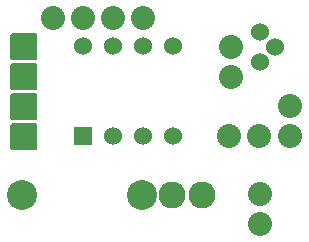
<source format=gbr>
G04 PROTEUS GERBER X2 FILE*
%TF.GenerationSoftware,Labcenter,Proteus,8.11-SP0-Build30052*%
%TF.CreationDate,2023-02-24T19:05:54+00:00*%
%TF.FileFunction,Soldermask,Bot*%
%TF.FilePolarity,Negative*%
%TF.Part,Single*%
%TF.SameCoordinates,{78871b57-c70c-4710-8c2a-232022615f8e}*%
%FSLAX45Y45*%
%MOMM*%
G01*
%TA.AperFunction,Material*%
%ADD17C,2.286000*%
%ADD18C,2.032000*%
%ADD19C,2.540000*%
%AMPPAD010*
4,1,36,
-0.635000,0.762000,
0.635000,0.762000,
0.660970,0.759470,
0.684980,0.752200,
0.706580,0.740650,
0.725290,0.725290,
0.740650,0.706570,
0.752200,0.684980,
0.759470,0.660970,
0.762000,0.635000,
0.762000,-0.635000,
0.759470,-0.660970,
0.752200,-0.684980,
0.740650,-0.706570,
0.725290,-0.725290,
0.706580,-0.740650,
0.684980,-0.752200,
0.660970,-0.759470,
0.635000,-0.762000,
-0.635000,-0.762000,
-0.660970,-0.759470,
-0.684980,-0.752200,
-0.706580,-0.740650,
-0.725290,-0.725290,
-0.740650,-0.706570,
-0.752200,-0.684980,
-0.759470,-0.660970,
-0.762000,-0.635000,
-0.762000,0.635000,
-0.759470,0.660970,
-0.752200,0.684980,
-0.740650,0.706570,
-0.725290,0.725290,
-0.706580,0.740650,
-0.684980,0.752200,
-0.660970,0.759470,
-0.635000,0.762000,
0*%
%TA.AperFunction,Material*%
%ADD70PPAD010*%
%ADD71C,1.524000*%
%AMPPAD012*
4,1,36,
1.143000,1.016000,
1.143000,-1.016000,
1.140470,-1.041970,
1.133200,-1.065980,
1.121650,-1.087580,
1.106290,-1.106290,
1.087570,-1.121650,
1.065980,-1.133200,
1.041970,-1.140470,
1.016000,-1.143000,
-1.016000,-1.143000,
-1.041970,-1.140470,
-1.065980,-1.133200,
-1.087570,-1.121650,
-1.106290,-1.106290,
-1.121650,-1.087580,
-1.133200,-1.065980,
-1.140470,-1.041970,
-1.143000,-1.016000,
-1.143000,1.016000,
-1.140470,1.041970,
-1.133200,1.065980,
-1.121650,1.087580,
-1.106290,1.106290,
-1.087570,1.121650,
-1.065980,1.133200,
-1.041970,1.140470,
-1.016000,1.143000,
1.016000,1.143000,
1.041970,1.140470,
1.065980,1.133200,
1.087570,1.121650,
1.106290,1.106290,
1.121650,1.087580,
1.133200,1.065980,
1.140470,1.041970,
1.143000,1.016000,
0*%
%TA.AperFunction,Material*%
%ADD20PPAD012*%
%TD.AperFunction*%
D17*
X-7500000Y+1250000D03*
X-7246000Y+1250000D03*
D18*
X-6750000Y+1254000D03*
X-6750000Y+1000000D03*
X-7000000Y+2504000D03*
X-7000000Y+2250000D03*
D19*
X-8766000Y+1250000D03*
X-7750000Y+1250000D03*
D70*
X-8250000Y+1750000D03*
D71*
X-7996000Y+1750000D03*
X-7742000Y+1750000D03*
X-7488000Y+1750000D03*
X-7488000Y+2512000D03*
X-7742000Y+2512000D03*
X-7996000Y+2512000D03*
X-8250000Y+2512000D03*
D18*
X-8000000Y+2750000D03*
X-7746000Y+2750000D03*
X-8504000Y+2750000D03*
X-8250000Y+2750000D03*
X-6500000Y+2000000D03*
X-6500000Y+1746000D03*
X-6766000Y+1750000D03*
X-7020000Y+1750000D03*
D71*
X-6750000Y+2373000D03*
X-6623000Y+2500000D03*
X-6750000Y+2627000D03*
D20*
X-8750000Y+2500000D03*
X-8750000Y+2246000D03*
X-8750000Y+1992000D03*
X-8750000Y+1738000D03*
M02*

</source>
